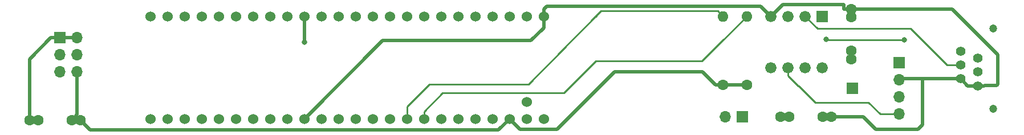
<source format=gbr>
G04 #@! TF.GenerationSoftware,KiCad,Pcbnew,(5.1.5)-3*
G04 #@! TF.CreationDate,2020-05-18T19:12:55+02:00*
G04 #@! TF.ProjectId,DNMS,444e4d53-2e6b-4696-9361-645f70636258,0.9.0*
G04 #@! TF.SameCoordinates,Original*
G04 #@! TF.FileFunction,Copper,L2,Bot*
G04 #@! TF.FilePolarity,Positive*
%FSLAX46Y46*%
G04 Gerber Fmt 4.6, Leading zero omitted, Abs format (unit mm)*
G04 Created by KiCad (PCBNEW (5.1.5)-3) date 2020-05-18 19:12:55*
%MOMM*%
%LPD*%
G04 APERTURE LIST*
%ADD10C,1.530000*%
%ADD11C,1.524000*%
%ADD12R,1.700000X1.700000*%
%ADD13C,1.600000*%
%ADD14O,1.700000X1.700000*%
%ADD15C,1.400000*%
%ADD16C,1.200000*%
%ADD17R,1.676400X1.676400*%
%ADD18C,1.676400*%
%ADD19O,1.600000X1.600000*%
%ADD20C,0.800000*%
%ADD21C,0.500000*%
%ADD22C,0.250000*%
G04 APERTURE END LIST*
D10*
X138645800Y-76809600D03*
X136105800Y-76809600D03*
X133565800Y-76809600D03*
X131025800Y-76809600D03*
X128485800Y-76809600D03*
X125945800Y-76809600D03*
X123405800Y-76809600D03*
X120865800Y-76809600D03*
X118325800Y-76809600D03*
X115785800Y-76809600D03*
X113245800Y-76809600D03*
X110705800Y-76809600D03*
X108165800Y-76809600D03*
X105625800Y-76809600D03*
X103085800Y-76809600D03*
X100545800Y-76809600D03*
X105625800Y-92049600D03*
X108165800Y-92049600D03*
X110705800Y-92049600D03*
X113245800Y-92049600D03*
X115785800Y-92049600D03*
X118325800Y-92049600D03*
X120865800Y-92049600D03*
X123405800Y-92049600D03*
X125945800Y-92049600D03*
X128485800Y-92049600D03*
X131025800Y-92049600D03*
X133565800Y-92049600D03*
X136105800Y-92049600D03*
X138645800Y-92049600D03*
X98005800Y-76809600D03*
X95465800Y-76809600D03*
X92925800Y-76809600D03*
X90385800Y-76809600D03*
X87845800Y-76809600D03*
X85305800Y-76809600D03*
X82765800Y-76809600D03*
X80225800Y-76809600D03*
X103085800Y-92049600D03*
X100545800Y-92049600D03*
X98005800Y-92049600D03*
X80225800Y-92049600D03*
X82765800Y-92049600D03*
X85305800Y-92049600D03*
X87845800Y-92049600D03*
X90385800Y-92049600D03*
X92925800Y-92049600D03*
X95465800Y-92049600D03*
D11*
X136105800Y-89509600D03*
D12*
X184429400Y-87477600D03*
D13*
X180062200Y-91770200D03*
X175062200Y-91770200D03*
X173812200Y-91770200D03*
X181312200Y-91770200D03*
X184327800Y-76960400D03*
X184327800Y-81960400D03*
X184327800Y-83210400D03*
X184327800Y-75710400D03*
X63549200Y-92227400D03*
X68549200Y-92227400D03*
X69799200Y-92227400D03*
X62299200Y-92227400D03*
D14*
X69342000Y-85090000D03*
X66802000Y-85090000D03*
X69342000Y-82550000D03*
X66802000Y-82550000D03*
X69342000Y-80010000D03*
D12*
X66802000Y-80010000D03*
D15*
X200506200Y-82032000D03*
X203046200Y-83052000D03*
X200506200Y-84072000D03*
X203046200Y-85092000D03*
X200506200Y-86112000D03*
X203046200Y-87132000D03*
D16*
X205346200Y-90582000D03*
X205346200Y-78582000D03*
D14*
X191414400Y-91363800D03*
X191414400Y-88823800D03*
X191414400Y-86283800D03*
D12*
X191414400Y-83743800D03*
D14*
X165588400Y-91744800D03*
D12*
X168128400Y-91744800D03*
D17*
X179986000Y-76808000D03*
D18*
X177446000Y-76808000D03*
X174906000Y-76808000D03*
X172366000Y-76808000D03*
X172366000Y-84428000D03*
X174906000Y-84428000D03*
X177446000Y-84428000D03*
X179986000Y-84428000D03*
D19*
X165254000Y-76808000D03*
D13*
X165254000Y-86968000D03*
D19*
X168810000Y-76808000D03*
D13*
X168810000Y-86968000D03*
D20*
X103073200Y-80619600D03*
X180568600Y-80264000D03*
X192189400Y-80289400D03*
D21*
X66802000Y-80010000D02*
X69342000Y-80010000D01*
X183177210Y-75691180D02*
X183196430Y-75710400D01*
X183177210Y-75074810D02*
X183177210Y-75691180D01*
X174099190Y-75074810D02*
X183177210Y-75074810D01*
X183196430Y-75710400D02*
X184327800Y-75710400D01*
X172366000Y-76808000D02*
X174099190Y-75074810D01*
X201526200Y-87132000D02*
X200506200Y-86112000D01*
X203046200Y-87132000D02*
X201526200Y-87132000D01*
X191586200Y-86112000D02*
X191414400Y-86283800D01*
X181312200Y-91770200D02*
X186056010Y-91770200D01*
X186056010Y-91770200D02*
X187884810Y-93599000D01*
X187884810Y-93599000D02*
X194183000Y-93599000D01*
X194843400Y-92938600D02*
X194843400Y-86106000D01*
X194183000Y-93599000D02*
X194843400Y-92938600D01*
X200506200Y-86112000D02*
X194843400Y-86106000D01*
X194843400Y-86106000D02*
X191586200Y-86112000D01*
X65452000Y-80010000D02*
X66802000Y-80010000D01*
X62299200Y-83162800D02*
X65452000Y-80010000D01*
X62299200Y-92227400D02*
X62299200Y-83162800D01*
X138645800Y-75727727D02*
X138645800Y-76809600D01*
X139089527Y-75284000D02*
X138645800Y-75727727D01*
X170842000Y-75284000D02*
X139089527Y-75284000D01*
X172366000Y-76808000D02*
X170842000Y-75284000D01*
X103085800Y-92049600D02*
X114693600Y-80441800D01*
X114693600Y-80441800D02*
X136728200Y-80441800D01*
X138645800Y-78524200D02*
X138645800Y-76809600D01*
X136728200Y-80441800D02*
X138645800Y-78524200D01*
X206044800Y-82516000D02*
X206044800Y-84861400D01*
X184327800Y-75710400D02*
X199239200Y-75710400D01*
X199239200Y-75710400D02*
X206044800Y-82516000D01*
X206044800Y-84861400D02*
X206044800Y-84836000D01*
X204036149Y-87132000D02*
X204071549Y-87096600D01*
X203046200Y-87132000D02*
X204036149Y-87132000D01*
X204071549Y-87096600D02*
X205867000Y-87096600D01*
X206044800Y-86918800D02*
X206044800Y-84861400D01*
X205867000Y-87096600D02*
X206044800Y-86918800D01*
X165254000Y-86968000D02*
X168810000Y-86968000D01*
X69342000Y-91434600D02*
X68549200Y-92227400D01*
X69342000Y-85090000D02*
X69342000Y-91434600D01*
X71296790Y-93724990D02*
X69799200Y-92227400D01*
X131890410Y-93724990D02*
X71296790Y-93724990D01*
X133565800Y-92049600D02*
X131890410Y-93724990D01*
X103085800Y-77891473D02*
X103085800Y-76809600D01*
X103073200Y-77904073D02*
X103085800Y-77891473D01*
X103073200Y-80619600D02*
X103073200Y-80619600D01*
X103073200Y-80619600D02*
X103073200Y-77904073D01*
X135088200Y-93572000D02*
X133565800Y-92049600D01*
X164122630Y-86968000D02*
X162193830Y-85039200D01*
X149148800Y-85039200D02*
X140616000Y-93572000D01*
X165254000Y-86968000D02*
X164122630Y-86968000D01*
X140616000Y-93572000D02*
X135088200Y-93572000D01*
X162193830Y-85039200D02*
X149148800Y-85039200D01*
D22*
X180619400Y-80289400D02*
X192189400Y-80289400D01*
X192189400Y-80289400D02*
X192189400Y-80289400D01*
X179301800Y-78663800D02*
X177446000Y-76808000D01*
X198501000Y-84074000D02*
X193090800Y-78663800D01*
X193090800Y-78663800D02*
X179301800Y-78663800D01*
X198503000Y-84072000D02*
X198501000Y-84074000D01*
X200506200Y-84072000D02*
X198503000Y-84072000D01*
X188595000Y-91363800D02*
X191414400Y-91363800D01*
X186842400Y-89611200D02*
X188595000Y-91363800D01*
X174906000Y-84428000D02*
X174906000Y-85613393D01*
X174906000Y-85613393D02*
X176453800Y-87161193D01*
X178917600Y-89611200D02*
X186842400Y-89611200D01*
X176453800Y-87161193D02*
X176467593Y-87161193D01*
X176467593Y-87161193D02*
X178917600Y-89611200D01*
X121629500Y-86904500D02*
X136361500Y-86904500D01*
X118325800Y-92049600D02*
X118325800Y-90208200D01*
X118325800Y-90208200D02*
X121629500Y-86904500D01*
X165254000Y-76808000D02*
X164442800Y-75996800D01*
X147116800Y-75996800D02*
X146278600Y-76835000D01*
X164442800Y-75996800D02*
X147116800Y-75996800D01*
X136361500Y-86904500D02*
X146278600Y-76835000D01*
X146278600Y-76835000D02*
X146458000Y-76808000D01*
X168810000Y-76808000D02*
X164936500Y-80681500D01*
X141605000Y-88188800D02*
X124070209Y-88222991D01*
X123610536Y-88222991D02*
X124070209Y-88222991D01*
X120865800Y-90967727D02*
X123610536Y-88222991D01*
X120865800Y-92049600D02*
X120865800Y-90967727D01*
X164936500Y-80681500D02*
X164911100Y-80681500D01*
X164911100Y-80681500D02*
X162128200Y-83464400D01*
X146329400Y-83464400D02*
X141605000Y-88188800D01*
X162128200Y-83464400D02*
X146329400Y-83464400D01*
M02*

</source>
